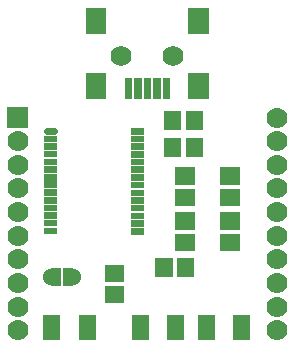
<source format=gbr>
G04 start of page 6 for group -4063 idx -4063 *
G04 Title: (unknown), componentmask *
G04 Creator: pcb 4.0.2 *
G04 CreationDate: Sat May 14 18:28:01 2022 UTC *
G04 For: railfan *
G04 Format: Gerber/RS-274X *
G04 PCB-Dimensions (mil): 1000.00 1250.00 *
G04 PCB-Coordinate-Origin: lower left *
%MOIN*%
%FSLAX25Y25*%
%LNTOPMASK*%
%ADD39C,0.0220*%
%ADD38C,0.0600*%
%ADD37C,0.0001*%
%ADD36C,0.0700*%
%ADD35C,0.0693*%
G54D35*X58661Y100878D03*
X41339D03*
G54D36*X93307Y80500D03*
Y72626D03*
Y64752D03*
Y56878D03*
Y49004D03*
Y41130D03*
Y33256D03*
Y25382D03*
Y17508D03*
Y9634D03*
G54D37*G36*
X3193Y84000D02*Y77000D01*
X10193D01*
Y84000D01*
X3193D01*
G37*
G54D36*X6693Y72626D03*
Y64752D03*
Y56878D03*
Y49004D03*
Y41130D03*
Y33256D03*
Y25382D03*
Y17508D03*
Y9634D03*
G54D37*G36*
X57583Y93698D02*X55015D01*
Y86798D01*
X57583D01*
Y93698D01*
G37*
G36*
Y92517D02*X55015D01*
Y87783D01*
X57583D01*
Y92517D01*
G37*
G36*
X54434Y93698D02*X51865D01*
Y86798D01*
X54434D01*
Y93698D01*
G37*
G36*
Y92517D02*X51865D01*
Y87783D01*
X54434D01*
Y92517D01*
G37*
G36*
X70576Y116926D02*X63676D01*
Y108452D01*
X70576D01*
Y116926D01*
G37*
G36*
Y95272D02*X63676D01*
Y86798D01*
X70576D01*
Y95272D01*
G37*
G36*
X74248Y56816D02*Y51098D01*
X80752D01*
Y56816D01*
X74248D01*
G37*
G36*
Y63902D02*Y58184D01*
X80752D01*
Y63902D01*
X74248D01*
G37*
G36*
X68402Y73752D02*X62684D01*
Y67248D01*
X68402D01*
Y73752D01*
G37*
G36*
X59248Y56816D02*Y51098D01*
X65752D01*
Y56816D01*
X59248D01*
G37*
G36*
Y63902D02*Y58184D01*
X65752D01*
Y63902D01*
X59248D01*
G37*
G36*
X61316Y82752D02*X55598D01*
Y76248D01*
X61316D01*
Y82752D01*
G37*
G36*
X68402D02*X62684D01*
Y76248D01*
X68402D01*
Y82752D01*
G37*
G36*
X61316Y73752D02*X55598D01*
Y67248D01*
X61316D01*
Y73752D01*
G37*
G36*
X44500Y43700D02*Y41500D01*
X48900D01*
Y43700D01*
X44500D01*
G37*
G36*
Y46300D02*Y44100D01*
X48900D01*
Y46300D01*
X44500D01*
G37*
G36*
Y48800D02*Y46600D01*
X48900D01*
Y48800D01*
X44500D01*
G37*
G36*
Y51400D02*Y49200D01*
X48900D01*
Y51400D01*
X44500D01*
G37*
G36*
X59248Y41816D02*Y36098D01*
X65752D01*
Y41816D01*
X59248D01*
G37*
G36*
X58359Y33752D02*X52641D01*
Y27248D01*
X58359D01*
Y33752D01*
G37*
G36*
X65445D02*X59727D01*
Y27248D01*
X65445D01*
Y33752D01*
G37*
G36*
X74248Y41816D02*Y36098D01*
X80752D01*
Y41816D01*
X74248D01*
G37*
G36*
X59248Y48902D02*Y43184D01*
X65752D01*
Y48902D01*
X59248D01*
G37*
G36*
X74248D02*Y43184D01*
X80752D01*
Y48902D01*
X74248D01*
G37*
G36*
X50454Y14540D02*X44736D01*
Y6460D01*
X50454D01*
Y14540D01*
G37*
G36*
X62264D02*X56546D01*
Y6460D01*
X62264D01*
Y14540D01*
G37*
G36*
X72454D02*X66736D01*
Y6460D01*
X72454D01*
Y14540D01*
G37*
G36*
X84264D02*X78546D01*
Y6460D01*
X84264D01*
Y14540D01*
G37*
G36*
X20954D02*X15236D01*
Y6460D01*
X20954D01*
Y14540D01*
G37*
G36*
X32764D02*X27046D01*
Y6460D01*
X32764D01*
Y14540D01*
G37*
G54D38*X18100Y27500D03*
G54D37*G36*
X35748Y24316D02*Y18598D01*
X42252D01*
Y24316D01*
X35748D01*
G37*
G36*
Y31402D02*Y25684D01*
X42252D01*
Y31402D01*
X35748D01*
G37*
G54D38*X24900Y27500D03*
G54D37*G36*
Y30500D02*X21900D01*
Y24500D01*
X24900D01*
Y30500D01*
G37*
G36*
X21100D02*X18100D01*
Y24500D01*
X21100D01*
Y30500D01*
G37*
G36*
X51284Y93698D02*X48716D01*
Y86798D01*
X51284D01*
Y93698D01*
G37*
G36*
Y92517D02*X48716D01*
Y87783D01*
X51284D01*
Y92517D01*
G37*
G36*
X48135Y93698D02*X45566D01*
Y86798D01*
X48135D01*
Y93698D01*
G37*
G36*
Y92517D02*X45566D01*
Y87783D01*
X48135D01*
Y92517D01*
G37*
G36*
X44985Y93698D02*X42417D01*
Y86798D01*
X44985D01*
Y93698D01*
G37*
G36*
Y92517D02*X42417D01*
Y87783D01*
X44985D01*
Y92517D01*
G37*
G36*
X36324Y95272D02*X29424D01*
Y86798D01*
X36324D01*
Y95272D01*
G37*
G36*
Y116926D02*X29424D01*
Y108452D01*
X36324D01*
Y116926D01*
G37*
G54D39*X16500Y76000D02*X18700D01*
G54D37*G36*
X15400Y74500D02*Y72300D01*
X19800D01*
Y74500D01*
X15400D01*
G37*
G36*
Y72000D02*Y69800D01*
X19800D01*
Y72000D01*
X15400D01*
G37*
G36*
Y69400D02*Y67200D01*
X19800D01*
Y69400D01*
X15400D01*
G37*
G36*
Y66800D02*Y64600D01*
X19800D01*
Y66800D01*
X15400D01*
G37*
G36*
Y64300D02*Y62100D01*
X19800D01*
Y64300D01*
X15400D01*
G37*
G36*
Y61700D02*Y59500D01*
X19800D01*
Y61700D01*
X15400D01*
G37*
G36*
Y59200D02*Y57000D01*
X19800D01*
Y59200D01*
X15400D01*
G37*
G36*
Y56600D02*Y54400D01*
X19800D01*
Y56600D01*
X15400D01*
G37*
G36*
Y54000D02*Y51800D01*
X19800D01*
Y54000D01*
X15400D01*
G37*
G36*
Y51500D02*Y49300D01*
X19800D01*
Y51500D01*
X15400D01*
G37*
G36*
Y48900D02*Y46700D01*
X19800D01*
Y48900D01*
X15400D01*
G37*
G36*
Y46400D02*Y44200D01*
X19800D01*
Y46400D01*
X15400D01*
G37*
G36*
Y43800D02*Y41600D01*
X19800D01*
Y43800D01*
X15400D01*
G37*
G36*
X44500Y54000D02*Y51800D01*
X48900D01*
Y54000D01*
X44500D01*
G37*
G36*
Y56500D02*Y54300D01*
X48900D01*
Y56500D01*
X44500D01*
G37*
G36*
Y59100D02*Y56900D01*
X48900D01*
Y59100D01*
X44500D01*
G37*
G36*
Y61600D02*Y59400D01*
X48900D01*
Y61600D01*
X44500D01*
G37*
G36*
Y64200D02*Y62000D01*
X48900D01*
Y64200D01*
X44500D01*
G37*
G36*
Y66800D02*Y64600D01*
X48900D01*
Y66800D01*
X44500D01*
G37*
G36*
Y69300D02*Y67100D01*
X48900D01*
Y69300D01*
X44500D01*
G37*
G36*
Y71900D02*Y69700D01*
X48900D01*
Y71900D01*
X44500D01*
G37*
G36*
Y74400D02*Y72200D01*
X48900D01*
Y74400D01*
X44500D01*
G37*
G36*
Y77000D02*Y74800D01*
X48900D01*
Y77000D01*
X44500D01*
G37*
M02*

</source>
